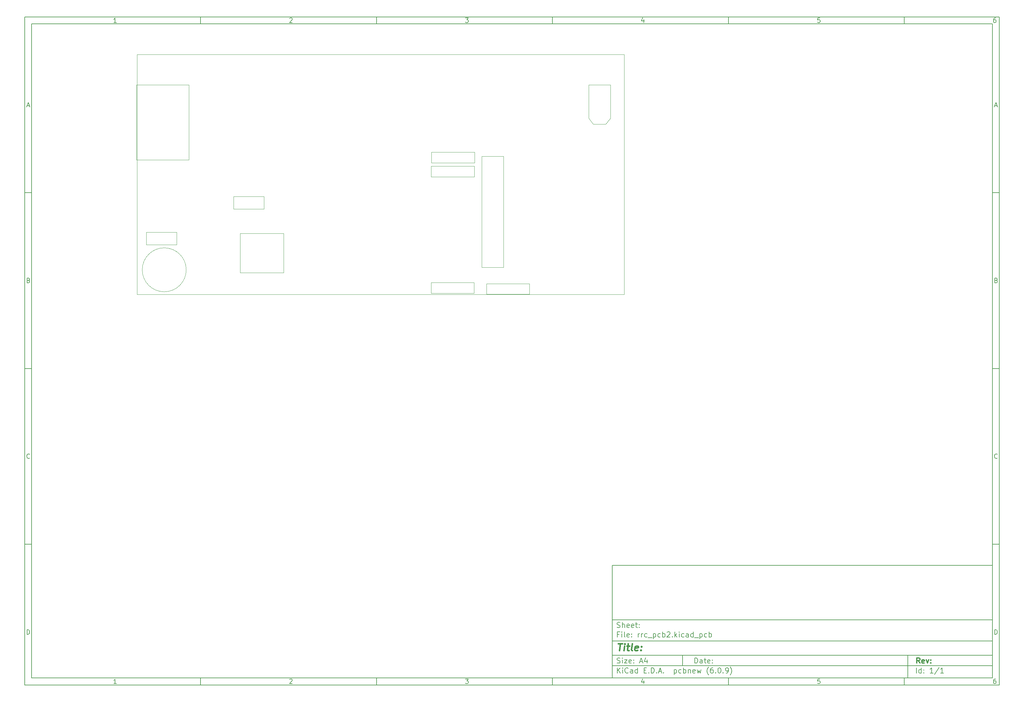
<source format=gbr>
%TF.GenerationSoftware,KiCad,Pcbnew,(6.0.9)*%
%TF.CreationDate,2023-04-14T20:57:09-04:00*%
%TF.ProjectId,rrc_pcb2,7272635f-7063-4623-922e-6b696361645f,rev?*%
%TF.SameCoordinates,Original*%
%TF.FileFunction,Other,User*%
%FSLAX46Y46*%
G04 Gerber Fmt 4.6, Leading zero omitted, Abs format (unit mm)*
G04 Created by KiCad (PCBNEW (6.0.9)) date 2023-04-14 20:57:09*
%MOMM*%
%LPD*%
G01*
G04 APERTURE LIST*
%ADD10C,0.100000*%
%ADD11C,0.150000*%
%ADD12C,0.300000*%
%ADD13C,0.400000*%
%TA.AperFunction,Profile*%
%ADD14C,0.050000*%
%TD*%
%ADD15C,0.050000*%
G04 APERTURE END LIST*
D10*
D11*
X177002200Y-166007200D02*
X177002200Y-198007200D01*
X285002200Y-198007200D01*
X285002200Y-166007200D01*
X177002200Y-166007200D01*
D10*
D11*
X10000000Y-10000000D02*
X10000000Y-200007200D01*
X287002200Y-200007200D01*
X287002200Y-10000000D01*
X10000000Y-10000000D01*
D10*
D11*
X12000000Y-12000000D02*
X12000000Y-198007200D01*
X285002200Y-198007200D01*
X285002200Y-12000000D01*
X12000000Y-12000000D01*
D10*
D11*
X60000000Y-12000000D02*
X60000000Y-10000000D01*
D10*
D11*
X110000000Y-12000000D02*
X110000000Y-10000000D01*
D10*
D11*
X160000000Y-12000000D02*
X160000000Y-10000000D01*
D10*
D11*
X210000000Y-12000000D02*
X210000000Y-10000000D01*
D10*
D11*
X260000000Y-12000000D02*
X260000000Y-10000000D01*
D10*
D11*
X36065476Y-11588095D02*
X35322619Y-11588095D01*
X35694047Y-11588095D02*
X35694047Y-10288095D01*
X35570238Y-10473809D01*
X35446428Y-10597619D01*
X35322619Y-10659523D01*
D10*
D11*
X85322619Y-10411904D02*
X85384523Y-10350000D01*
X85508333Y-10288095D01*
X85817857Y-10288095D01*
X85941666Y-10350000D01*
X86003571Y-10411904D01*
X86065476Y-10535714D01*
X86065476Y-10659523D01*
X86003571Y-10845238D01*
X85260714Y-11588095D01*
X86065476Y-11588095D01*
D10*
D11*
X135260714Y-10288095D02*
X136065476Y-10288095D01*
X135632142Y-10783333D01*
X135817857Y-10783333D01*
X135941666Y-10845238D01*
X136003571Y-10907142D01*
X136065476Y-11030952D01*
X136065476Y-11340476D01*
X136003571Y-11464285D01*
X135941666Y-11526190D01*
X135817857Y-11588095D01*
X135446428Y-11588095D01*
X135322619Y-11526190D01*
X135260714Y-11464285D01*
D10*
D11*
X185941666Y-10721428D02*
X185941666Y-11588095D01*
X185632142Y-10226190D02*
X185322619Y-11154761D01*
X186127380Y-11154761D01*
D10*
D11*
X236003571Y-10288095D02*
X235384523Y-10288095D01*
X235322619Y-10907142D01*
X235384523Y-10845238D01*
X235508333Y-10783333D01*
X235817857Y-10783333D01*
X235941666Y-10845238D01*
X236003571Y-10907142D01*
X236065476Y-11030952D01*
X236065476Y-11340476D01*
X236003571Y-11464285D01*
X235941666Y-11526190D01*
X235817857Y-11588095D01*
X235508333Y-11588095D01*
X235384523Y-11526190D01*
X235322619Y-11464285D01*
D10*
D11*
X285941666Y-10288095D02*
X285694047Y-10288095D01*
X285570238Y-10350000D01*
X285508333Y-10411904D01*
X285384523Y-10597619D01*
X285322619Y-10845238D01*
X285322619Y-11340476D01*
X285384523Y-11464285D01*
X285446428Y-11526190D01*
X285570238Y-11588095D01*
X285817857Y-11588095D01*
X285941666Y-11526190D01*
X286003571Y-11464285D01*
X286065476Y-11340476D01*
X286065476Y-11030952D01*
X286003571Y-10907142D01*
X285941666Y-10845238D01*
X285817857Y-10783333D01*
X285570238Y-10783333D01*
X285446428Y-10845238D01*
X285384523Y-10907142D01*
X285322619Y-11030952D01*
D10*
D11*
X60000000Y-198007200D02*
X60000000Y-200007200D01*
D10*
D11*
X110000000Y-198007200D02*
X110000000Y-200007200D01*
D10*
D11*
X160000000Y-198007200D02*
X160000000Y-200007200D01*
D10*
D11*
X210000000Y-198007200D02*
X210000000Y-200007200D01*
D10*
D11*
X260000000Y-198007200D02*
X260000000Y-200007200D01*
D10*
D11*
X36065476Y-199595295D02*
X35322619Y-199595295D01*
X35694047Y-199595295D02*
X35694047Y-198295295D01*
X35570238Y-198481009D01*
X35446428Y-198604819D01*
X35322619Y-198666723D01*
D10*
D11*
X85322619Y-198419104D02*
X85384523Y-198357200D01*
X85508333Y-198295295D01*
X85817857Y-198295295D01*
X85941666Y-198357200D01*
X86003571Y-198419104D01*
X86065476Y-198542914D01*
X86065476Y-198666723D01*
X86003571Y-198852438D01*
X85260714Y-199595295D01*
X86065476Y-199595295D01*
D10*
D11*
X135260714Y-198295295D02*
X136065476Y-198295295D01*
X135632142Y-198790533D01*
X135817857Y-198790533D01*
X135941666Y-198852438D01*
X136003571Y-198914342D01*
X136065476Y-199038152D01*
X136065476Y-199347676D01*
X136003571Y-199471485D01*
X135941666Y-199533390D01*
X135817857Y-199595295D01*
X135446428Y-199595295D01*
X135322619Y-199533390D01*
X135260714Y-199471485D01*
D10*
D11*
X185941666Y-198728628D02*
X185941666Y-199595295D01*
X185632142Y-198233390D02*
X185322619Y-199161961D01*
X186127380Y-199161961D01*
D10*
D11*
X236003571Y-198295295D02*
X235384523Y-198295295D01*
X235322619Y-198914342D01*
X235384523Y-198852438D01*
X235508333Y-198790533D01*
X235817857Y-198790533D01*
X235941666Y-198852438D01*
X236003571Y-198914342D01*
X236065476Y-199038152D01*
X236065476Y-199347676D01*
X236003571Y-199471485D01*
X235941666Y-199533390D01*
X235817857Y-199595295D01*
X235508333Y-199595295D01*
X235384523Y-199533390D01*
X235322619Y-199471485D01*
D10*
D11*
X285941666Y-198295295D02*
X285694047Y-198295295D01*
X285570238Y-198357200D01*
X285508333Y-198419104D01*
X285384523Y-198604819D01*
X285322619Y-198852438D01*
X285322619Y-199347676D01*
X285384523Y-199471485D01*
X285446428Y-199533390D01*
X285570238Y-199595295D01*
X285817857Y-199595295D01*
X285941666Y-199533390D01*
X286003571Y-199471485D01*
X286065476Y-199347676D01*
X286065476Y-199038152D01*
X286003571Y-198914342D01*
X285941666Y-198852438D01*
X285817857Y-198790533D01*
X285570238Y-198790533D01*
X285446428Y-198852438D01*
X285384523Y-198914342D01*
X285322619Y-199038152D01*
D10*
D11*
X10000000Y-60000000D02*
X12000000Y-60000000D01*
D10*
D11*
X10000000Y-110000000D02*
X12000000Y-110000000D01*
D10*
D11*
X10000000Y-160000000D02*
X12000000Y-160000000D01*
D10*
D11*
X10690476Y-35216666D02*
X11309523Y-35216666D01*
X10566666Y-35588095D02*
X11000000Y-34288095D01*
X11433333Y-35588095D01*
D10*
D11*
X11092857Y-84907142D02*
X11278571Y-84969047D01*
X11340476Y-85030952D01*
X11402380Y-85154761D01*
X11402380Y-85340476D01*
X11340476Y-85464285D01*
X11278571Y-85526190D01*
X11154761Y-85588095D01*
X10659523Y-85588095D01*
X10659523Y-84288095D01*
X11092857Y-84288095D01*
X11216666Y-84350000D01*
X11278571Y-84411904D01*
X11340476Y-84535714D01*
X11340476Y-84659523D01*
X11278571Y-84783333D01*
X11216666Y-84845238D01*
X11092857Y-84907142D01*
X10659523Y-84907142D01*
D10*
D11*
X11402380Y-135464285D02*
X11340476Y-135526190D01*
X11154761Y-135588095D01*
X11030952Y-135588095D01*
X10845238Y-135526190D01*
X10721428Y-135402380D01*
X10659523Y-135278571D01*
X10597619Y-135030952D01*
X10597619Y-134845238D01*
X10659523Y-134597619D01*
X10721428Y-134473809D01*
X10845238Y-134350000D01*
X11030952Y-134288095D01*
X11154761Y-134288095D01*
X11340476Y-134350000D01*
X11402380Y-134411904D01*
D10*
D11*
X10659523Y-185588095D02*
X10659523Y-184288095D01*
X10969047Y-184288095D01*
X11154761Y-184350000D01*
X11278571Y-184473809D01*
X11340476Y-184597619D01*
X11402380Y-184845238D01*
X11402380Y-185030952D01*
X11340476Y-185278571D01*
X11278571Y-185402380D01*
X11154761Y-185526190D01*
X10969047Y-185588095D01*
X10659523Y-185588095D01*
D10*
D11*
X287002200Y-60000000D02*
X285002200Y-60000000D01*
D10*
D11*
X287002200Y-110000000D02*
X285002200Y-110000000D01*
D10*
D11*
X287002200Y-160000000D02*
X285002200Y-160000000D01*
D10*
D11*
X285692676Y-35216666D02*
X286311723Y-35216666D01*
X285568866Y-35588095D02*
X286002200Y-34288095D01*
X286435533Y-35588095D01*
D10*
D11*
X286095057Y-84907142D02*
X286280771Y-84969047D01*
X286342676Y-85030952D01*
X286404580Y-85154761D01*
X286404580Y-85340476D01*
X286342676Y-85464285D01*
X286280771Y-85526190D01*
X286156961Y-85588095D01*
X285661723Y-85588095D01*
X285661723Y-84288095D01*
X286095057Y-84288095D01*
X286218866Y-84350000D01*
X286280771Y-84411904D01*
X286342676Y-84535714D01*
X286342676Y-84659523D01*
X286280771Y-84783333D01*
X286218866Y-84845238D01*
X286095057Y-84907142D01*
X285661723Y-84907142D01*
D10*
D11*
X286404580Y-135464285D02*
X286342676Y-135526190D01*
X286156961Y-135588095D01*
X286033152Y-135588095D01*
X285847438Y-135526190D01*
X285723628Y-135402380D01*
X285661723Y-135278571D01*
X285599819Y-135030952D01*
X285599819Y-134845238D01*
X285661723Y-134597619D01*
X285723628Y-134473809D01*
X285847438Y-134350000D01*
X286033152Y-134288095D01*
X286156961Y-134288095D01*
X286342676Y-134350000D01*
X286404580Y-134411904D01*
D10*
D11*
X285661723Y-185588095D02*
X285661723Y-184288095D01*
X285971247Y-184288095D01*
X286156961Y-184350000D01*
X286280771Y-184473809D01*
X286342676Y-184597619D01*
X286404580Y-184845238D01*
X286404580Y-185030952D01*
X286342676Y-185278571D01*
X286280771Y-185402380D01*
X286156961Y-185526190D01*
X285971247Y-185588095D01*
X285661723Y-185588095D01*
D10*
D11*
X200434342Y-193785771D02*
X200434342Y-192285771D01*
X200791485Y-192285771D01*
X201005771Y-192357200D01*
X201148628Y-192500057D01*
X201220057Y-192642914D01*
X201291485Y-192928628D01*
X201291485Y-193142914D01*
X201220057Y-193428628D01*
X201148628Y-193571485D01*
X201005771Y-193714342D01*
X200791485Y-193785771D01*
X200434342Y-193785771D01*
X202577200Y-193785771D02*
X202577200Y-193000057D01*
X202505771Y-192857200D01*
X202362914Y-192785771D01*
X202077200Y-192785771D01*
X201934342Y-192857200D01*
X202577200Y-193714342D02*
X202434342Y-193785771D01*
X202077200Y-193785771D01*
X201934342Y-193714342D01*
X201862914Y-193571485D01*
X201862914Y-193428628D01*
X201934342Y-193285771D01*
X202077200Y-193214342D01*
X202434342Y-193214342D01*
X202577200Y-193142914D01*
X203077200Y-192785771D02*
X203648628Y-192785771D01*
X203291485Y-192285771D02*
X203291485Y-193571485D01*
X203362914Y-193714342D01*
X203505771Y-193785771D01*
X203648628Y-193785771D01*
X204720057Y-193714342D02*
X204577200Y-193785771D01*
X204291485Y-193785771D01*
X204148628Y-193714342D01*
X204077200Y-193571485D01*
X204077200Y-193000057D01*
X204148628Y-192857200D01*
X204291485Y-192785771D01*
X204577200Y-192785771D01*
X204720057Y-192857200D01*
X204791485Y-193000057D01*
X204791485Y-193142914D01*
X204077200Y-193285771D01*
X205434342Y-193642914D02*
X205505771Y-193714342D01*
X205434342Y-193785771D01*
X205362914Y-193714342D01*
X205434342Y-193642914D01*
X205434342Y-193785771D01*
X205434342Y-192857200D02*
X205505771Y-192928628D01*
X205434342Y-193000057D01*
X205362914Y-192928628D01*
X205434342Y-192857200D01*
X205434342Y-193000057D01*
D10*
D11*
X177002200Y-194507200D02*
X285002200Y-194507200D01*
D10*
D11*
X178434342Y-196585771D02*
X178434342Y-195085771D01*
X179291485Y-196585771D02*
X178648628Y-195728628D01*
X179291485Y-195085771D02*
X178434342Y-195942914D01*
X179934342Y-196585771D02*
X179934342Y-195585771D01*
X179934342Y-195085771D02*
X179862914Y-195157200D01*
X179934342Y-195228628D01*
X180005771Y-195157200D01*
X179934342Y-195085771D01*
X179934342Y-195228628D01*
X181505771Y-196442914D02*
X181434342Y-196514342D01*
X181220057Y-196585771D01*
X181077200Y-196585771D01*
X180862914Y-196514342D01*
X180720057Y-196371485D01*
X180648628Y-196228628D01*
X180577200Y-195942914D01*
X180577200Y-195728628D01*
X180648628Y-195442914D01*
X180720057Y-195300057D01*
X180862914Y-195157200D01*
X181077200Y-195085771D01*
X181220057Y-195085771D01*
X181434342Y-195157200D01*
X181505771Y-195228628D01*
X182791485Y-196585771D02*
X182791485Y-195800057D01*
X182720057Y-195657200D01*
X182577200Y-195585771D01*
X182291485Y-195585771D01*
X182148628Y-195657200D01*
X182791485Y-196514342D02*
X182648628Y-196585771D01*
X182291485Y-196585771D01*
X182148628Y-196514342D01*
X182077200Y-196371485D01*
X182077200Y-196228628D01*
X182148628Y-196085771D01*
X182291485Y-196014342D01*
X182648628Y-196014342D01*
X182791485Y-195942914D01*
X184148628Y-196585771D02*
X184148628Y-195085771D01*
X184148628Y-196514342D02*
X184005771Y-196585771D01*
X183720057Y-196585771D01*
X183577200Y-196514342D01*
X183505771Y-196442914D01*
X183434342Y-196300057D01*
X183434342Y-195871485D01*
X183505771Y-195728628D01*
X183577200Y-195657200D01*
X183720057Y-195585771D01*
X184005771Y-195585771D01*
X184148628Y-195657200D01*
X186005771Y-195800057D02*
X186505771Y-195800057D01*
X186720057Y-196585771D02*
X186005771Y-196585771D01*
X186005771Y-195085771D01*
X186720057Y-195085771D01*
X187362914Y-196442914D02*
X187434342Y-196514342D01*
X187362914Y-196585771D01*
X187291485Y-196514342D01*
X187362914Y-196442914D01*
X187362914Y-196585771D01*
X188077200Y-196585771D02*
X188077200Y-195085771D01*
X188434342Y-195085771D01*
X188648628Y-195157200D01*
X188791485Y-195300057D01*
X188862914Y-195442914D01*
X188934342Y-195728628D01*
X188934342Y-195942914D01*
X188862914Y-196228628D01*
X188791485Y-196371485D01*
X188648628Y-196514342D01*
X188434342Y-196585771D01*
X188077200Y-196585771D01*
X189577200Y-196442914D02*
X189648628Y-196514342D01*
X189577200Y-196585771D01*
X189505771Y-196514342D01*
X189577200Y-196442914D01*
X189577200Y-196585771D01*
X190220057Y-196157200D02*
X190934342Y-196157200D01*
X190077200Y-196585771D02*
X190577200Y-195085771D01*
X191077200Y-196585771D01*
X191577200Y-196442914D02*
X191648628Y-196514342D01*
X191577200Y-196585771D01*
X191505771Y-196514342D01*
X191577200Y-196442914D01*
X191577200Y-196585771D01*
X194577200Y-195585771D02*
X194577200Y-197085771D01*
X194577200Y-195657200D02*
X194720057Y-195585771D01*
X195005771Y-195585771D01*
X195148628Y-195657200D01*
X195220057Y-195728628D01*
X195291485Y-195871485D01*
X195291485Y-196300057D01*
X195220057Y-196442914D01*
X195148628Y-196514342D01*
X195005771Y-196585771D01*
X194720057Y-196585771D01*
X194577200Y-196514342D01*
X196577200Y-196514342D02*
X196434342Y-196585771D01*
X196148628Y-196585771D01*
X196005771Y-196514342D01*
X195934342Y-196442914D01*
X195862914Y-196300057D01*
X195862914Y-195871485D01*
X195934342Y-195728628D01*
X196005771Y-195657200D01*
X196148628Y-195585771D01*
X196434342Y-195585771D01*
X196577200Y-195657200D01*
X197220057Y-196585771D02*
X197220057Y-195085771D01*
X197220057Y-195657200D02*
X197362914Y-195585771D01*
X197648628Y-195585771D01*
X197791485Y-195657200D01*
X197862914Y-195728628D01*
X197934342Y-195871485D01*
X197934342Y-196300057D01*
X197862914Y-196442914D01*
X197791485Y-196514342D01*
X197648628Y-196585771D01*
X197362914Y-196585771D01*
X197220057Y-196514342D01*
X198577200Y-195585771D02*
X198577200Y-196585771D01*
X198577200Y-195728628D02*
X198648628Y-195657200D01*
X198791485Y-195585771D01*
X199005771Y-195585771D01*
X199148628Y-195657200D01*
X199220057Y-195800057D01*
X199220057Y-196585771D01*
X200505771Y-196514342D02*
X200362914Y-196585771D01*
X200077200Y-196585771D01*
X199934342Y-196514342D01*
X199862914Y-196371485D01*
X199862914Y-195800057D01*
X199934342Y-195657200D01*
X200077200Y-195585771D01*
X200362914Y-195585771D01*
X200505771Y-195657200D01*
X200577200Y-195800057D01*
X200577200Y-195942914D01*
X199862914Y-196085771D01*
X201077200Y-195585771D02*
X201362914Y-196585771D01*
X201648628Y-195871485D01*
X201934342Y-196585771D01*
X202220057Y-195585771D01*
X204362914Y-197157200D02*
X204291485Y-197085771D01*
X204148628Y-196871485D01*
X204077200Y-196728628D01*
X204005771Y-196514342D01*
X203934342Y-196157200D01*
X203934342Y-195871485D01*
X204005771Y-195514342D01*
X204077200Y-195300057D01*
X204148628Y-195157200D01*
X204291485Y-194942914D01*
X204362914Y-194871485D01*
X205577200Y-195085771D02*
X205291485Y-195085771D01*
X205148628Y-195157200D01*
X205077200Y-195228628D01*
X204934342Y-195442914D01*
X204862914Y-195728628D01*
X204862914Y-196300057D01*
X204934342Y-196442914D01*
X205005771Y-196514342D01*
X205148628Y-196585771D01*
X205434342Y-196585771D01*
X205577200Y-196514342D01*
X205648628Y-196442914D01*
X205720057Y-196300057D01*
X205720057Y-195942914D01*
X205648628Y-195800057D01*
X205577200Y-195728628D01*
X205434342Y-195657200D01*
X205148628Y-195657200D01*
X205005771Y-195728628D01*
X204934342Y-195800057D01*
X204862914Y-195942914D01*
X206362914Y-196442914D02*
X206434342Y-196514342D01*
X206362914Y-196585771D01*
X206291485Y-196514342D01*
X206362914Y-196442914D01*
X206362914Y-196585771D01*
X207362914Y-195085771D02*
X207505771Y-195085771D01*
X207648628Y-195157200D01*
X207720057Y-195228628D01*
X207791485Y-195371485D01*
X207862914Y-195657200D01*
X207862914Y-196014342D01*
X207791485Y-196300057D01*
X207720057Y-196442914D01*
X207648628Y-196514342D01*
X207505771Y-196585771D01*
X207362914Y-196585771D01*
X207220057Y-196514342D01*
X207148628Y-196442914D01*
X207077200Y-196300057D01*
X207005771Y-196014342D01*
X207005771Y-195657200D01*
X207077200Y-195371485D01*
X207148628Y-195228628D01*
X207220057Y-195157200D01*
X207362914Y-195085771D01*
X208505771Y-196442914D02*
X208577200Y-196514342D01*
X208505771Y-196585771D01*
X208434342Y-196514342D01*
X208505771Y-196442914D01*
X208505771Y-196585771D01*
X209291485Y-196585771D02*
X209577200Y-196585771D01*
X209720057Y-196514342D01*
X209791485Y-196442914D01*
X209934342Y-196228628D01*
X210005771Y-195942914D01*
X210005771Y-195371485D01*
X209934342Y-195228628D01*
X209862914Y-195157200D01*
X209720057Y-195085771D01*
X209434342Y-195085771D01*
X209291485Y-195157200D01*
X209220057Y-195228628D01*
X209148628Y-195371485D01*
X209148628Y-195728628D01*
X209220057Y-195871485D01*
X209291485Y-195942914D01*
X209434342Y-196014342D01*
X209720057Y-196014342D01*
X209862914Y-195942914D01*
X209934342Y-195871485D01*
X210005771Y-195728628D01*
X210505771Y-197157200D02*
X210577200Y-197085771D01*
X210720057Y-196871485D01*
X210791485Y-196728628D01*
X210862914Y-196514342D01*
X210934342Y-196157200D01*
X210934342Y-195871485D01*
X210862914Y-195514342D01*
X210791485Y-195300057D01*
X210720057Y-195157200D01*
X210577200Y-194942914D01*
X210505771Y-194871485D01*
D10*
D11*
X177002200Y-191507200D02*
X285002200Y-191507200D01*
D10*
D12*
X264411485Y-193785771D02*
X263911485Y-193071485D01*
X263554342Y-193785771D02*
X263554342Y-192285771D01*
X264125771Y-192285771D01*
X264268628Y-192357200D01*
X264340057Y-192428628D01*
X264411485Y-192571485D01*
X264411485Y-192785771D01*
X264340057Y-192928628D01*
X264268628Y-193000057D01*
X264125771Y-193071485D01*
X263554342Y-193071485D01*
X265625771Y-193714342D02*
X265482914Y-193785771D01*
X265197200Y-193785771D01*
X265054342Y-193714342D01*
X264982914Y-193571485D01*
X264982914Y-193000057D01*
X265054342Y-192857200D01*
X265197200Y-192785771D01*
X265482914Y-192785771D01*
X265625771Y-192857200D01*
X265697200Y-193000057D01*
X265697200Y-193142914D01*
X264982914Y-193285771D01*
X266197200Y-192785771D02*
X266554342Y-193785771D01*
X266911485Y-192785771D01*
X267482914Y-193642914D02*
X267554342Y-193714342D01*
X267482914Y-193785771D01*
X267411485Y-193714342D01*
X267482914Y-193642914D01*
X267482914Y-193785771D01*
X267482914Y-192857200D02*
X267554342Y-192928628D01*
X267482914Y-193000057D01*
X267411485Y-192928628D01*
X267482914Y-192857200D01*
X267482914Y-193000057D01*
D10*
D11*
X178362914Y-193714342D02*
X178577200Y-193785771D01*
X178934342Y-193785771D01*
X179077200Y-193714342D01*
X179148628Y-193642914D01*
X179220057Y-193500057D01*
X179220057Y-193357200D01*
X179148628Y-193214342D01*
X179077200Y-193142914D01*
X178934342Y-193071485D01*
X178648628Y-193000057D01*
X178505771Y-192928628D01*
X178434342Y-192857200D01*
X178362914Y-192714342D01*
X178362914Y-192571485D01*
X178434342Y-192428628D01*
X178505771Y-192357200D01*
X178648628Y-192285771D01*
X179005771Y-192285771D01*
X179220057Y-192357200D01*
X179862914Y-193785771D02*
X179862914Y-192785771D01*
X179862914Y-192285771D02*
X179791485Y-192357200D01*
X179862914Y-192428628D01*
X179934342Y-192357200D01*
X179862914Y-192285771D01*
X179862914Y-192428628D01*
X180434342Y-192785771D02*
X181220057Y-192785771D01*
X180434342Y-193785771D01*
X181220057Y-193785771D01*
X182362914Y-193714342D02*
X182220057Y-193785771D01*
X181934342Y-193785771D01*
X181791485Y-193714342D01*
X181720057Y-193571485D01*
X181720057Y-193000057D01*
X181791485Y-192857200D01*
X181934342Y-192785771D01*
X182220057Y-192785771D01*
X182362914Y-192857200D01*
X182434342Y-193000057D01*
X182434342Y-193142914D01*
X181720057Y-193285771D01*
X183077200Y-193642914D02*
X183148628Y-193714342D01*
X183077200Y-193785771D01*
X183005771Y-193714342D01*
X183077200Y-193642914D01*
X183077200Y-193785771D01*
X183077200Y-192857200D02*
X183148628Y-192928628D01*
X183077200Y-193000057D01*
X183005771Y-192928628D01*
X183077200Y-192857200D01*
X183077200Y-193000057D01*
X184862914Y-193357200D02*
X185577200Y-193357200D01*
X184720057Y-193785771D02*
X185220057Y-192285771D01*
X185720057Y-193785771D01*
X186862914Y-192785771D02*
X186862914Y-193785771D01*
X186505771Y-192214342D02*
X186148628Y-193285771D01*
X187077200Y-193285771D01*
D10*
D11*
X263434342Y-196585771D02*
X263434342Y-195085771D01*
X264791485Y-196585771D02*
X264791485Y-195085771D01*
X264791485Y-196514342D02*
X264648628Y-196585771D01*
X264362914Y-196585771D01*
X264220057Y-196514342D01*
X264148628Y-196442914D01*
X264077200Y-196300057D01*
X264077200Y-195871485D01*
X264148628Y-195728628D01*
X264220057Y-195657200D01*
X264362914Y-195585771D01*
X264648628Y-195585771D01*
X264791485Y-195657200D01*
X265505771Y-196442914D02*
X265577200Y-196514342D01*
X265505771Y-196585771D01*
X265434342Y-196514342D01*
X265505771Y-196442914D01*
X265505771Y-196585771D01*
X265505771Y-195657200D02*
X265577200Y-195728628D01*
X265505771Y-195800057D01*
X265434342Y-195728628D01*
X265505771Y-195657200D01*
X265505771Y-195800057D01*
X268148628Y-196585771D02*
X267291485Y-196585771D01*
X267720057Y-196585771D02*
X267720057Y-195085771D01*
X267577200Y-195300057D01*
X267434342Y-195442914D01*
X267291485Y-195514342D01*
X269862914Y-195014342D02*
X268577200Y-196942914D01*
X271148628Y-196585771D02*
X270291485Y-196585771D01*
X270720057Y-196585771D02*
X270720057Y-195085771D01*
X270577200Y-195300057D01*
X270434342Y-195442914D01*
X270291485Y-195514342D01*
D10*
D11*
X177002200Y-187507200D02*
X285002200Y-187507200D01*
D10*
D13*
X178714580Y-188211961D02*
X179857438Y-188211961D01*
X179036009Y-190211961D02*
X179286009Y-188211961D01*
X180274104Y-190211961D02*
X180440771Y-188878628D01*
X180524104Y-188211961D02*
X180416961Y-188307200D01*
X180500295Y-188402438D01*
X180607438Y-188307200D01*
X180524104Y-188211961D01*
X180500295Y-188402438D01*
X181107438Y-188878628D02*
X181869342Y-188878628D01*
X181476485Y-188211961D02*
X181262200Y-189926247D01*
X181333628Y-190116723D01*
X181512200Y-190211961D01*
X181702676Y-190211961D01*
X182655057Y-190211961D02*
X182476485Y-190116723D01*
X182405057Y-189926247D01*
X182619342Y-188211961D01*
X184190771Y-190116723D02*
X183988390Y-190211961D01*
X183607438Y-190211961D01*
X183428866Y-190116723D01*
X183357438Y-189926247D01*
X183452676Y-189164342D01*
X183571723Y-188973866D01*
X183774104Y-188878628D01*
X184155057Y-188878628D01*
X184333628Y-188973866D01*
X184405057Y-189164342D01*
X184381247Y-189354819D01*
X183405057Y-189545295D01*
X185155057Y-190021485D02*
X185238390Y-190116723D01*
X185131247Y-190211961D01*
X185047914Y-190116723D01*
X185155057Y-190021485D01*
X185131247Y-190211961D01*
X185286009Y-188973866D02*
X185369342Y-189069104D01*
X185262200Y-189164342D01*
X185178866Y-189069104D01*
X185286009Y-188973866D01*
X185262200Y-189164342D01*
D10*
D11*
X178934342Y-185600057D02*
X178434342Y-185600057D01*
X178434342Y-186385771D02*
X178434342Y-184885771D01*
X179148628Y-184885771D01*
X179720057Y-186385771D02*
X179720057Y-185385771D01*
X179720057Y-184885771D02*
X179648628Y-184957200D01*
X179720057Y-185028628D01*
X179791485Y-184957200D01*
X179720057Y-184885771D01*
X179720057Y-185028628D01*
X180648628Y-186385771D02*
X180505771Y-186314342D01*
X180434342Y-186171485D01*
X180434342Y-184885771D01*
X181791485Y-186314342D02*
X181648628Y-186385771D01*
X181362914Y-186385771D01*
X181220057Y-186314342D01*
X181148628Y-186171485D01*
X181148628Y-185600057D01*
X181220057Y-185457200D01*
X181362914Y-185385771D01*
X181648628Y-185385771D01*
X181791485Y-185457200D01*
X181862914Y-185600057D01*
X181862914Y-185742914D01*
X181148628Y-185885771D01*
X182505771Y-186242914D02*
X182577200Y-186314342D01*
X182505771Y-186385771D01*
X182434342Y-186314342D01*
X182505771Y-186242914D01*
X182505771Y-186385771D01*
X182505771Y-185457200D02*
X182577200Y-185528628D01*
X182505771Y-185600057D01*
X182434342Y-185528628D01*
X182505771Y-185457200D01*
X182505771Y-185600057D01*
X184362914Y-186385771D02*
X184362914Y-185385771D01*
X184362914Y-185671485D02*
X184434342Y-185528628D01*
X184505771Y-185457200D01*
X184648628Y-185385771D01*
X184791485Y-185385771D01*
X185291485Y-186385771D02*
X185291485Y-185385771D01*
X185291485Y-185671485D02*
X185362914Y-185528628D01*
X185434342Y-185457200D01*
X185577200Y-185385771D01*
X185720057Y-185385771D01*
X186862914Y-186314342D02*
X186720057Y-186385771D01*
X186434342Y-186385771D01*
X186291485Y-186314342D01*
X186220057Y-186242914D01*
X186148628Y-186100057D01*
X186148628Y-185671485D01*
X186220057Y-185528628D01*
X186291485Y-185457200D01*
X186434342Y-185385771D01*
X186720057Y-185385771D01*
X186862914Y-185457200D01*
X187148628Y-186528628D02*
X188291485Y-186528628D01*
X188648628Y-185385771D02*
X188648628Y-186885771D01*
X188648628Y-185457200D02*
X188791485Y-185385771D01*
X189077200Y-185385771D01*
X189220057Y-185457200D01*
X189291485Y-185528628D01*
X189362914Y-185671485D01*
X189362914Y-186100057D01*
X189291485Y-186242914D01*
X189220057Y-186314342D01*
X189077200Y-186385771D01*
X188791485Y-186385771D01*
X188648628Y-186314342D01*
X190648628Y-186314342D02*
X190505771Y-186385771D01*
X190220057Y-186385771D01*
X190077200Y-186314342D01*
X190005771Y-186242914D01*
X189934342Y-186100057D01*
X189934342Y-185671485D01*
X190005771Y-185528628D01*
X190077200Y-185457200D01*
X190220057Y-185385771D01*
X190505771Y-185385771D01*
X190648628Y-185457200D01*
X191291485Y-186385771D02*
X191291485Y-184885771D01*
X191291485Y-185457200D02*
X191434342Y-185385771D01*
X191720057Y-185385771D01*
X191862914Y-185457200D01*
X191934342Y-185528628D01*
X192005771Y-185671485D01*
X192005771Y-186100057D01*
X191934342Y-186242914D01*
X191862914Y-186314342D01*
X191720057Y-186385771D01*
X191434342Y-186385771D01*
X191291485Y-186314342D01*
X192577200Y-185028628D02*
X192648628Y-184957200D01*
X192791485Y-184885771D01*
X193148628Y-184885771D01*
X193291485Y-184957200D01*
X193362914Y-185028628D01*
X193434342Y-185171485D01*
X193434342Y-185314342D01*
X193362914Y-185528628D01*
X192505771Y-186385771D01*
X193434342Y-186385771D01*
X194077200Y-186242914D02*
X194148628Y-186314342D01*
X194077200Y-186385771D01*
X194005771Y-186314342D01*
X194077200Y-186242914D01*
X194077200Y-186385771D01*
X194791485Y-186385771D02*
X194791485Y-184885771D01*
X194934342Y-185814342D02*
X195362914Y-186385771D01*
X195362914Y-185385771D02*
X194791485Y-185957200D01*
X196005771Y-186385771D02*
X196005771Y-185385771D01*
X196005771Y-184885771D02*
X195934342Y-184957200D01*
X196005771Y-185028628D01*
X196077200Y-184957200D01*
X196005771Y-184885771D01*
X196005771Y-185028628D01*
X197362914Y-186314342D02*
X197220057Y-186385771D01*
X196934342Y-186385771D01*
X196791485Y-186314342D01*
X196720057Y-186242914D01*
X196648628Y-186100057D01*
X196648628Y-185671485D01*
X196720057Y-185528628D01*
X196791485Y-185457200D01*
X196934342Y-185385771D01*
X197220057Y-185385771D01*
X197362914Y-185457200D01*
X198648628Y-186385771D02*
X198648628Y-185600057D01*
X198577200Y-185457200D01*
X198434342Y-185385771D01*
X198148628Y-185385771D01*
X198005771Y-185457200D01*
X198648628Y-186314342D02*
X198505771Y-186385771D01*
X198148628Y-186385771D01*
X198005771Y-186314342D01*
X197934342Y-186171485D01*
X197934342Y-186028628D01*
X198005771Y-185885771D01*
X198148628Y-185814342D01*
X198505771Y-185814342D01*
X198648628Y-185742914D01*
X200005771Y-186385771D02*
X200005771Y-184885771D01*
X200005771Y-186314342D02*
X199862914Y-186385771D01*
X199577200Y-186385771D01*
X199434342Y-186314342D01*
X199362914Y-186242914D01*
X199291485Y-186100057D01*
X199291485Y-185671485D01*
X199362914Y-185528628D01*
X199434342Y-185457200D01*
X199577200Y-185385771D01*
X199862914Y-185385771D01*
X200005771Y-185457200D01*
X200362914Y-186528628D02*
X201505771Y-186528628D01*
X201862914Y-185385771D02*
X201862914Y-186885771D01*
X201862914Y-185457200D02*
X202005771Y-185385771D01*
X202291485Y-185385771D01*
X202434342Y-185457200D01*
X202505771Y-185528628D01*
X202577200Y-185671485D01*
X202577200Y-186100057D01*
X202505771Y-186242914D01*
X202434342Y-186314342D01*
X202291485Y-186385771D01*
X202005771Y-186385771D01*
X201862914Y-186314342D01*
X203862914Y-186314342D02*
X203720057Y-186385771D01*
X203434342Y-186385771D01*
X203291485Y-186314342D01*
X203220057Y-186242914D01*
X203148628Y-186100057D01*
X203148628Y-185671485D01*
X203220057Y-185528628D01*
X203291485Y-185457200D01*
X203434342Y-185385771D01*
X203720057Y-185385771D01*
X203862914Y-185457200D01*
X204505771Y-186385771D02*
X204505771Y-184885771D01*
X204505771Y-185457200D02*
X204648628Y-185385771D01*
X204934342Y-185385771D01*
X205077200Y-185457200D01*
X205148628Y-185528628D01*
X205220057Y-185671485D01*
X205220057Y-186100057D01*
X205148628Y-186242914D01*
X205077200Y-186314342D01*
X204934342Y-186385771D01*
X204648628Y-186385771D01*
X204505771Y-186314342D01*
D10*
D11*
X177002200Y-181507200D02*
X285002200Y-181507200D01*
D10*
D11*
X178362914Y-183614342D02*
X178577200Y-183685771D01*
X178934342Y-183685771D01*
X179077200Y-183614342D01*
X179148628Y-183542914D01*
X179220057Y-183400057D01*
X179220057Y-183257200D01*
X179148628Y-183114342D01*
X179077200Y-183042914D01*
X178934342Y-182971485D01*
X178648628Y-182900057D01*
X178505771Y-182828628D01*
X178434342Y-182757200D01*
X178362914Y-182614342D01*
X178362914Y-182471485D01*
X178434342Y-182328628D01*
X178505771Y-182257200D01*
X178648628Y-182185771D01*
X179005771Y-182185771D01*
X179220057Y-182257200D01*
X179862914Y-183685771D02*
X179862914Y-182185771D01*
X180505771Y-183685771D02*
X180505771Y-182900057D01*
X180434342Y-182757200D01*
X180291485Y-182685771D01*
X180077200Y-182685771D01*
X179934342Y-182757200D01*
X179862914Y-182828628D01*
X181791485Y-183614342D02*
X181648628Y-183685771D01*
X181362914Y-183685771D01*
X181220057Y-183614342D01*
X181148628Y-183471485D01*
X181148628Y-182900057D01*
X181220057Y-182757200D01*
X181362914Y-182685771D01*
X181648628Y-182685771D01*
X181791485Y-182757200D01*
X181862914Y-182900057D01*
X181862914Y-183042914D01*
X181148628Y-183185771D01*
X183077200Y-183614342D02*
X182934342Y-183685771D01*
X182648628Y-183685771D01*
X182505771Y-183614342D01*
X182434342Y-183471485D01*
X182434342Y-182900057D01*
X182505771Y-182757200D01*
X182648628Y-182685771D01*
X182934342Y-182685771D01*
X183077200Y-182757200D01*
X183148628Y-182900057D01*
X183148628Y-183042914D01*
X182434342Y-183185771D01*
X183577200Y-182685771D02*
X184148628Y-182685771D01*
X183791485Y-182185771D02*
X183791485Y-183471485D01*
X183862914Y-183614342D01*
X184005771Y-183685771D01*
X184148628Y-183685771D01*
X184648628Y-183542914D02*
X184720057Y-183614342D01*
X184648628Y-183685771D01*
X184577200Y-183614342D01*
X184648628Y-183542914D01*
X184648628Y-183685771D01*
X184648628Y-182757200D02*
X184720057Y-182828628D01*
X184648628Y-182900057D01*
X184577200Y-182828628D01*
X184648628Y-182757200D01*
X184648628Y-182900057D01*
D10*
D12*
D10*
D11*
D10*
D11*
D10*
D11*
D10*
D11*
D10*
D11*
X197002200Y-191507200D02*
X197002200Y-194507200D01*
D10*
D11*
X261002200Y-191507200D02*
X261002200Y-198007200D01*
D14*
X41910000Y-20656715D02*
X180340000Y-20656715D01*
X180340000Y-20656715D02*
X180340000Y-88900000D01*
X180340000Y-88900000D02*
X41910000Y-88900000D01*
X41910000Y-88900000D02*
X41910000Y-20656715D01*
D15*
%TO.C,REF\u002A\u002A*%
X56643723Y-50674801D02*
X56643723Y-29324801D01*
X41793723Y-50674801D02*
X56643723Y-50674801D01*
X41793723Y-29324801D02*
X41793723Y-50674801D01*
X56643723Y-29324801D02*
X41793723Y-29324801D01*
%TO.C,R2*%
X137774950Y-55450936D02*
X137774950Y-52450936D01*
X137774950Y-52450936D02*
X125514950Y-52450936D01*
X125514950Y-52450936D02*
X125514950Y-55450936D01*
X125514950Y-55450936D02*
X137774950Y-55450936D01*
%TO.C,R3*%
X125476764Y-85569353D02*
X125476764Y-88569353D01*
X137736764Y-85569353D02*
X125476764Y-85569353D01*
X137736764Y-88569353D02*
X137736764Y-85569353D01*
X125476764Y-88569353D02*
X137736764Y-88569353D01*
%TO.C,R4*%
X141230461Y-85877794D02*
X141230461Y-88877794D01*
X141230461Y-88877794D02*
X153490461Y-88877794D01*
X153490461Y-85877794D02*
X141230461Y-85877794D01*
X153490461Y-88877794D02*
X153490461Y-85877794D01*
%TO.C,R1*%
X137854699Y-51463495D02*
X137854699Y-48463495D01*
X137854699Y-48463495D02*
X125594699Y-48463495D01*
X125594699Y-48463495D02*
X125594699Y-51463495D01*
X125594699Y-51463495D02*
X137854699Y-51463495D01*
%TO.C,J1*%
X170255000Y-38785000D02*
X170255000Y-29285000D01*
X175155000Y-40485000D02*
X176455000Y-38785000D01*
X171555000Y-40485000D02*
X170255000Y-38785000D01*
X171555000Y-40485000D02*
X175155000Y-40485000D01*
X176455000Y-38785000D02*
X176455000Y-29285000D01*
X170255000Y-29285000D02*
X176455000Y-29285000D01*
%TO.C,U4*%
X139895612Y-49632137D02*
X139895612Y-81182137D01*
X139895612Y-81182137D02*
X146045612Y-81182137D01*
X146045612Y-49632137D02*
X139895612Y-49632137D01*
X146045612Y-81182137D02*
X146045612Y-49632137D01*
%TO.C,J2*%
X44585000Y-74825000D02*
X53235000Y-74825000D01*
X53235000Y-71225000D02*
X44585000Y-71225000D01*
X44585000Y-71225000D02*
X44585000Y-74825000D01*
X53235000Y-74825000D02*
X53235000Y-71225000D01*
%TO.C,BZ1*%
X55918154Y-81922249D02*
G75*
G03*
X55918154Y-81922249I-6250000J0D01*
G01*
%TO.C,U3*%
X83586437Y-82764650D02*
X83586437Y-71564650D01*
X71236437Y-82764650D02*
X83586437Y-82764650D01*
X71236437Y-71564650D02*
X71236437Y-82764650D01*
X83586437Y-71564650D02*
X71236437Y-71564650D01*
%TO.C,J3*%
X77985000Y-64665000D02*
X77985000Y-61065000D01*
X77985000Y-61065000D02*
X69335000Y-61065000D01*
X69335000Y-61065000D02*
X69335000Y-64665000D01*
X69335000Y-64665000D02*
X77985000Y-64665000D01*
%TD*%
M02*

</source>
